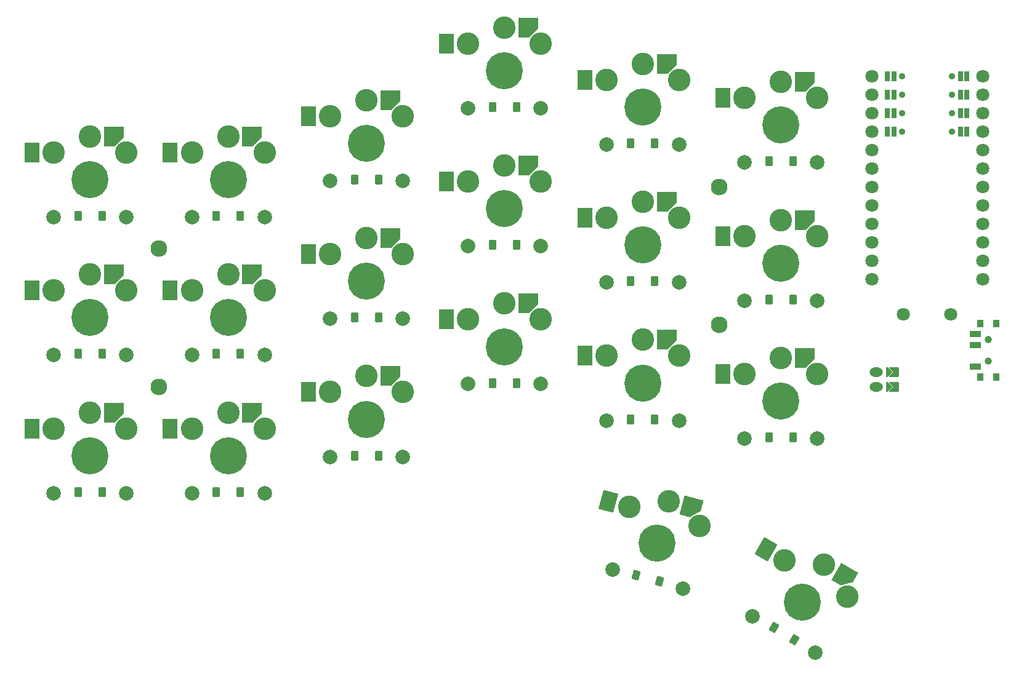
<source format=gbr>
%TF.GenerationSoftware,KiCad,Pcbnew,8.0.6*%
%TF.CreationDate,2024-12-04T22:19:36+00:00*%
%TF.ProjectId,prototype_routed,70726f74-6f74-4797-9065-5f726f757465,v1.0.0*%
%TF.SameCoordinates,Original*%
%TF.FileFunction,Soldermask,Top*%
%TF.FilePolarity,Negative*%
%FSLAX46Y46*%
G04 Gerber Fmt 4.6, Leading zero omitted, Abs format (unit mm)*
G04 Created by KiCad (PCBNEW 8.0.6) date 2024-12-04 22:19:36*
%MOMM*%
%LPD*%
G01*
G04 APERTURE LIST*
G04 Aperture macros list*
%AMRoundRect*
0 Rectangle with rounded corners*
0 $1 Rounding radius*
0 $2 $3 $4 $5 $6 $7 $8 $9 X,Y pos of 4 corners*
0 Add a 4 corners polygon primitive as box body*
4,1,4,$2,$3,$4,$5,$6,$7,$8,$9,$2,$3,0*
0 Add four circle primitives for the rounded corners*
1,1,$1+$1,$2,$3*
1,1,$1+$1,$4,$5*
1,1,$1+$1,$6,$7*
1,1,$1+$1,$8,$9*
0 Add four rect primitives between the rounded corners*
20,1,$1+$1,$2,$3,$4,$5,0*
20,1,$1+$1,$4,$5,$6,$7,0*
20,1,$1+$1,$6,$7,$8,$9,0*
20,1,$1+$1,$8,$9,$2,$3,0*%
%AMFreePoly0*
4,1,16,0.635355,0.285355,0.650000,0.250000,0.650000,-1.000000,0.635355,-1.035355,0.600000,-1.050000,0.564645,-1.035355,0.000000,-0.470710,-0.564645,-1.035355,-0.600000,-1.050000,-0.635355,-1.035355,-0.650000,-1.000000,-0.650000,0.250000,-0.635355,0.285355,-0.600000,0.300000,0.600000,0.300000,0.635355,0.285355,0.635355,0.285355,$1*%
%AMFreePoly1*
4,1,14,0.035355,0.435355,0.635355,-0.164645,0.650000,-0.200000,0.650000,-0.400000,0.635355,-0.435355,0.600000,-0.450000,-0.600000,-0.450000,-0.635355,-0.435355,-0.650000,-0.400000,-0.650000,-0.200000,-0.635355,-0.164645,-0.035355,0.435355,0.000000,0.450000,0.035355,0.435355,0.035355,0.435355,$1*%
%AMFreePoly2*
4,1,14,1.335355,1.335355,1.350000,1.300000,1.350000,-0.117000,1.335355,-0.152355,0.152355,-1.335355,0.117000,-1.350000,-1.300000,-1.350000,-1.335355,-1.335355,-1.350000,-1.300000,-1.350000,1.300000,-1.335355,1.335355,-1.300000,1.350000,1.300000,1.350000,1.335355,1.335355,1.335355,1.335355,$1*%
G04 Aperture macros list end*
%ADD10RoundRect,0.050000X0.450000X0.600000X-0.450000X0.600000X-0.450000X-0.600000X0.450000X-0.600000X0*%
%ADD11RoundRect,0.050000X0.400000X-0.500000X0.400000X0.500000X-0.400000X0.500000X-0.400000X-0.500000X0*%
%ADD12C,1.000000*%
%ADD13RoundRect,0.050000X0.750000X-0.350000X0.750000X0.350000X-0.750000X0.350000X-0.750000X-0.350000X0*%
%ADD14C,2.300000*%
%ADD15RoundRect,0.050000X0.589958X0.463087X-0.279375X0.696024X-0.589958X-0.463087X0.279375X-0.696024X0*%
%ADD16FreePoly0,270.000000*%
%ADD17O,1.850000X1.300000*%
%ADD18FreePoly1,270.000000*%
%ADD19RoundRect,0.050000X0.689711X0.294615X-0.089711X0.744615X-0.689711X-0.294615X0.089711X-0.744615X0*%
%ADD20C,1.800000*%
%ADD21RoundRect,0.050000X-0.300000X-0.600000X0.300000X-0.600000X0.300000X0.600000X-0.300000X0.600000X0*%
%ADD22C,0.900000*%
%ADD23C,3.100000*%
%ADD24C,2.000000*%
%ADD25C,5.100000*%
%ADD26FreePoly2,0.000000*%
%ADD27RoundRect,0.050000X-1.000000X-1.300000X1.000000X-1.300000X1.000000X1.300000X-1.000000X1.300000X0*%
%ADD28FreePoly2,330.000000*%
%ADD29RoundRect,0.050000X-1.516025X-0.625833X0.216025X-1.625833X1.516025X0.625833X-0.216025X1.625833X0*%
%ADD30FreePoly2,345.000000*%
%ADD31RoundRect,0.050000X-1.302391X-0.996885X0.629461X-1.514523X1.302391X0.996885X-0.629461X1.514523X0*%
G04 APERTURE END LIST*
D10*
%TO.C,D7*%
X188662500Y-160662501D03*
X185362500Y-160662499D03*
%TD*%
D11*
%TO.C,PWR1*%
X271427498Y-149812500D03*
X271427499Y-142512500D03*
D12*
X272537499Y-144662500D03*
X272537499Y-147662500D03*
D11*
X273637499Y-142512500D03*
X273637499Y-149812500D03*
D13*
X270777499Y-148412500D03*
X270777499Y-145412500D03*
X270777499Y-143912500D03*
%TD*%
D10*
%TO.C,D14*%
X226662500Y-136662500D03*
X223362500Y-136662498D03*
%TD*%
%TO.C,D11*%
X207662499Y-131662501D03*
X204362499Y-131662499D03*
%TD*%
D14*
%TO.C,MH3*%
X235512499Y-142662500D03*
%TD*%
D10*
%TO.C,D12*%
X207662501Y-112662501D03*
X204362501Y-112662499D03*
%TD*%
D15*
%TO.C,D19*%
X227312183Y-177919179D03*
X224124627Y-177065079D03*
%TD*%
D14*
%TO.C,MH4*%
X235512499Y-123662500D03*
%TD*%
D10*
%TO.C,D8*%
X188662500Y-141662501D03*
X185362500Y-141662499D03*
%TD*%
%TO.C,D9*%
X188662500Y-122662501D03*
X185362500Y-122662499D03*
%TD*%
%TO.C,D5*%
X169662501Y-146662501D03*
X166362501Y-146662499D03*
%TD*%
%TO.C,D16*%
X245662500Y-158162500D03*
X242362500Y-158162498D03*
%TD*%
D14*
%TO.C,MH2*%
X158512500Y-132162500D03*
%TD*%
%TO.C,MH1*%
X158512500Y-151162501D03*
%TD*%
D16*
%TO.C,JST1*%
X259928499Y-151162499D03*
X259928499Y-149162499D03*
D17*
X257112499Y-151162499D03*
X257112499Y-149162499D03*
D18*
X258912499Y-151162500D03*
X258912499Y-149162499D03*
%TD*%
D19*
%TO.C,D20*%
X245892108Y-185967238D03*
X243034224Y-184317240D03*
%TD*%
D10*
%TO.C,D18*%
X245662499Y-120162500D03*
X242362499Y-120162498D03*
%TD*%
%TO.C,D15*%
X226662500Y-117662500D03*
X223362500Y-117662498D03*
%TD*%
%TO.C,D6*%
X169662500Y-127662500D03*
X166362500Y-127662498D03*
%TD*%
%TO.C,D13*%
X226662499Y-155662501D03*
X223362499Y-155662499D03*
%TD*%
D20*
%TO.C,RST1*%
X267362500Y-141162500D03*
X260862500Y-141162500D03*
%TD*%
D10*
%TO.C,D1*%
X150662500Y-165662501D03*
X147362500Y-165662499D03*
%TD*%
%TO.C,D2*%
X150662500Y-146662502D03*
X147362500Y-146662500D03*
%TD*%
%TO.C,D4*%
X169662501Y-165662501D03*
X166362501Y-165662499D03*
%TD*%
%TO.C,D10*%
X207662499Y-150662501D03*
X204362499Y-150662499D03*
%TD*%
%TO.C,D17*%
X245662500Y-139162502D03*
X242362500Y-139162500D03*
%TD*%
%TO.C,D3*%
X150662500Y-127662501D03*
X147362500Y-127662499D03*
%TD*%
D20*
%TO.C,MCU1*%
X271732500Y-108462500D03*
X271732500Y-111002499D03*
X271732500Y-113542500D03*
X271732500Y-116082500D03*
X271732500Y-118622500D03*
X271732500Y-121162500D03*
X271732500Y-123702499D03*
X271732500Y-126242500D03*
X271732500Y-128782500D03*
X271732500Y-131322500D03*
X271732500Y-133862500D03*
X271732500Y-136402500D03*
X256492499Y-136402500D03*
X256492500Y-133862500D03*
X256492500Y-131322501D03*
X256492500Y-128782500D03*
X256492500Y-126242500D03*
X256492500Y-123702500D03*
X256492500Y-121162500D03*
X256492500Y-118622501D03*
X256492500Y-116082500D03*
D21*
X258632500Y-116082500D03*
X269592501Y-116082499D03*
D20*
X256492500Y-113542500D03*
D21*
X258632500Y-113542500D03*
X269592500Y-113542500D03*
D20*
X256492500Y-111002500D03*
D21*
X258632500Y-111002500D03*
X269592500Y-111002500D03*
D20*
X256492500Y-108462500D03*
D21*
X258632500Y-108462500D03*
X269592500Y-108462500D03*
D22*
X267512500Y-108462500D03*
D21*
X268692500Y-108462500D03*
D22*
X267512500Y-111002500D03*
D21*
X268692501Y-111002499D03*
D22*
X267512500Y-113542500D03*
D21*
X268692500Y-113542499D03*
D22*
X267512500Y-116082500D03*
D21*
X268692500Y-116082501D03*
X259532500Y-116082500D03*
D22*
X260712500Y-116082499D03*
D21*
X259532501Y-113542500D03*
D22*
X260712501Y-113542500D03*
D21*
X259532500Y-111002500D03*
D22*
X260712500Y-111002500D03*
D21*
X259532500Y-108462500D03*
D22*
X260712500Y-108462500D03*
%TD*%
D23*
%TO.C,S11*%
X201012500Y-122912500D03*
D24*
X201012500Y-131812501D03*
D23*
X206012500Y-120712501D03*
D25*
X206012500Y-126662501D03*
D23*
X211012500Y-122912501D03*
D24*
X211012500Y-131812501D03*
D26*
X209287500Y-120712501D03*
D27*
X198037500Y-122912501D03*
%TD*%
D23*
%TO.C,S16*%
X239012500Y-149412498D03*
D24*
X239012500Y-158312499D03*
D23*
X244012500Y-147212499D03*
D25*
X244012500Y-153162499D03*
D23*
X249012500Y-149412499D03*
D24*
X249012500Y-158312499D03*
D26*
X247287500Y-147212499D03*
D27*
X236037500Y-149412499D03*
%TD*%
D23*
%TO.C,S14*%
X220012499Y-127912498D03*
D24*
X220012499Y-136812499D03*
D23*
X225012499Y-125712499D03*
D25*
X225012499Y-131662499D03*
D23*
X230012499Y-127912499D03*
D24*
X230012499Y-136812499D03*
D26*
X228287499Y-125712499D03*
D27*
X217037499Y-127912499D03*
%TD*%
D23*
%TO.C,S13*%
X220012500Y-146912499D03*
D24*
X220012500Y-155812500D03*
D23*
X225012500Y-144712500D03*
D25*
X225012500Y-150662500D03*
D23*
X230012500Y-146912500D03*
D24*
X230012500Y-155812500D03*
D26*
X228287500Y-144712500D03*
D27*
X217037500Y-146912500D03*
%TD*%
D23*
%TO.C,S4*%
X163012500Y-156912499D03*
D24*
X163012500Y-165812500D03*
D23*
X168012500Y-154712500D03*
D25*
X168012500Y-160662500D03*
D23*
X173012500Y-156912500D03*
D24*
X173012500Y-165812500D03*
D26*
X171287500Y-154712500D03*
D27*
X160037500Y-156912500D03*
%TD*%
D23*
%TO.C,S9*%
X182012500Y-113912499D03*
D24*
X182012500Y-122812500D03*
D23*
X187012500Y-111712500D03*
D25*
X187012500Y-117662500D03*
D23*
X192012500Y-113912500D03*
D24*
X192012500Y-122812500D03*
D26*
X190287500Y-111712500D03*
D27*
X179037500Y-113912500D03*
%TD*%
D23*
%TO.C,S15*%
X220012500Y-108912498D03*
D24*
X220012500Y-117812499D03*
D23*
X225012500Y-106712499D03*
D25*
X225012500Y-112662499D03*
D23*
X230012500Y-108912499D03*
D24*
X230012500Y-117812499D03*
D26*
X228287500Y-106712499D03*
D27*
X217037500Y-108912499D03*
%TD*%
D23*
%TO.C,S18*%
X239012501Y-111412499D03*
D24*
X239012501Y-120312500D03*
D23*
X244012501Y-109212500D03*
D25*
X244012501Y-115162500D03*
D23*
X249012501Y-111412500D03*
D24*
X249012501Y-120312500D03*
D26*
X247287501Y-109212500D03*
D27*
X236037501Y-111412500D03*
%TD*%
D23*
%TO.C,S10*%
X201012500Y-141912499D03*
D24*
X201012500Y-150812500D03*
D23*
X206012500Y-139712500D03*
D25*
X206012500Y-145662500D03*
D23*
X211012500Y-141912500D03*
D24*
X211012500Y-150812500D03*
D26*
X209287500Y-139712500D03*
D27*
X198037500Y-141912500D03*
%TD*%
D23*
%TO.C,S20*%
X244508040Y-175064518D03*
D24*
X240058040Y-182772144D03*
D23*
X249938168Y-175659261D03*
D25*
X246963167Y-180812113D03*
D24*
X248718294Y-187772144D03*
D23*
X253168294Y-180064519D03*
D28*
X252774400Y-177296762D03*
D29*
X241931614Y-173577018D03*
%TD*%
D23*
%TO.C,S19*%
X223153443Y-167746183D03*
D24*
X220849954Y-176342923D03*
D23*
X228552474Y-166915241D03*
D25*
X227012501Y-172662500D03*
D23*
X232812702Y-170334373D03*
D24*
X230509212Y-178931113D03*
D30*
X231715881Y-167762874D03*
D31*
X220279814Y-166976196D03*
%TD*%
D23*
%TO.C,S6*%
X163012501Y-118912499D03*
D24*
X163012501Y-127812500D03*
D23*
X168012501Y-116712500D03*
D25*
X168012501Y-122662500D03*
D23*
X173012501Y-118912500D03*
D24*
X173012501Y-127812500D03*
D26*
X171287501Y-116712500D03*
D27*
X160037501Y-118912500D03*
%TD*%
D23*
%TO.C,S2*%
X144012499Y-137912500D03*
D24*
X144012499Y-146812501D03*
D23*
X149012499Y-135712501D03*
D25*
X149012499Y-141662501D03*
D23*
X154012499Y-137912501D03*
D24*
X154012499Y-146812501D03*
D26*
X152287499Y-135712501D03*
D27*
X141037499Y-137912501D03*
%TD*%
D23*
%TO.C,S1*%
X144012499Y-156912499D03*
D24*
X144012499Y-165812500D03*
D23*
X149012499Y-154712500D03*
D25*
X149012499Y-160662500D03*
D23*
X154012499Y-156912500D03*
D24*
X154012499Y-165812500D03*
D26*
X152287499Y-154712500D03*
D27*
X141037499Y-156912500D03*
%TD*%
D23*
%TO.C,S17*%
X239012500Y-130412499D03*
D24*
X239012500Y-139312500D03*
D23*
X244012500Y-128212500D03*
D25*
X244012500Y-134162500D03*
D23*
X249012500Y-130412500D03*
D24*
X249012500Y-139312500D03*
D26*
X247287500Y-128212500D03*
D27*
X236037500Y-130412500D03*
%TD*%
D23*
%TO.C,S8*%
X182012499Y-132912500D03*
D24*
X182012499Y-141812501D03*
D23*
X187012499Y-130712501D03*
D25*
X187012499Y-136662501D03*
D23*
X192012499Y-132912501D03*
D24*
X192012499Y-141812501D03*
D26*
X190287499Y-130712501D03*
D27*
X179037499Y-132912501D03*
%TD*%
D23*
%TO.C,S3*%
X144012500Y-118912500D03*
D24*
X144012500Y-127812501D03*
D23*
X149012500Y-116712501D03*
D25*
X149012500Y-122662501D03*
D23*
X154012500Y-118912501D03*
D24*
X154012500Y-127812501D03*
D26*
X152287500Y-116712501D03*
D27*
X141037500Y-118912501D03*
%TD*%
D23*
%TO.C,S12*%
X201012499Y-103912499D03*
D24*
X201012499Y-112812500D03*
D23*
X206012499Y-101712500D03*
D25*
X206012499Y-107662500D03*
D23*
X211012499Y-103912500D03*
D24*
X211012499Y-112812500D03*
D26*
X209287499Y-101712500D03*
D27*
X198037499Y-103912500D03*
%TD*%
D23*
%TO.C,S7*%
X182012501Y-151912498D03*
D24*
X182012501Y-160812499D03*
D23*
X187012501Y-149712499D03*
D25*
X187012501Y-155662499D03*
D23*
X192012501Y-151912499D03*
D24*
X192012501Y-160812499D03*
D26*
X190287501Y-149712499D03*
D27*
X179037501Y-151912499D03*
%TD*%
D23*
%TO.C,S5*%
X163012499Y-137912500D03*
D24*
X163012499Y-146812501D03*
D23*
X168012499Y-135712501D03*
D25*
X168012499Y-141662501D03*
D23*
X173012499Y-137912501D03*
D24*
X173012499Y-146812501D03*
D26*
X171287499Y-135712501D03*
D27*
X160037499Y-137912501D03*
%TD*%
M02*

</source>
